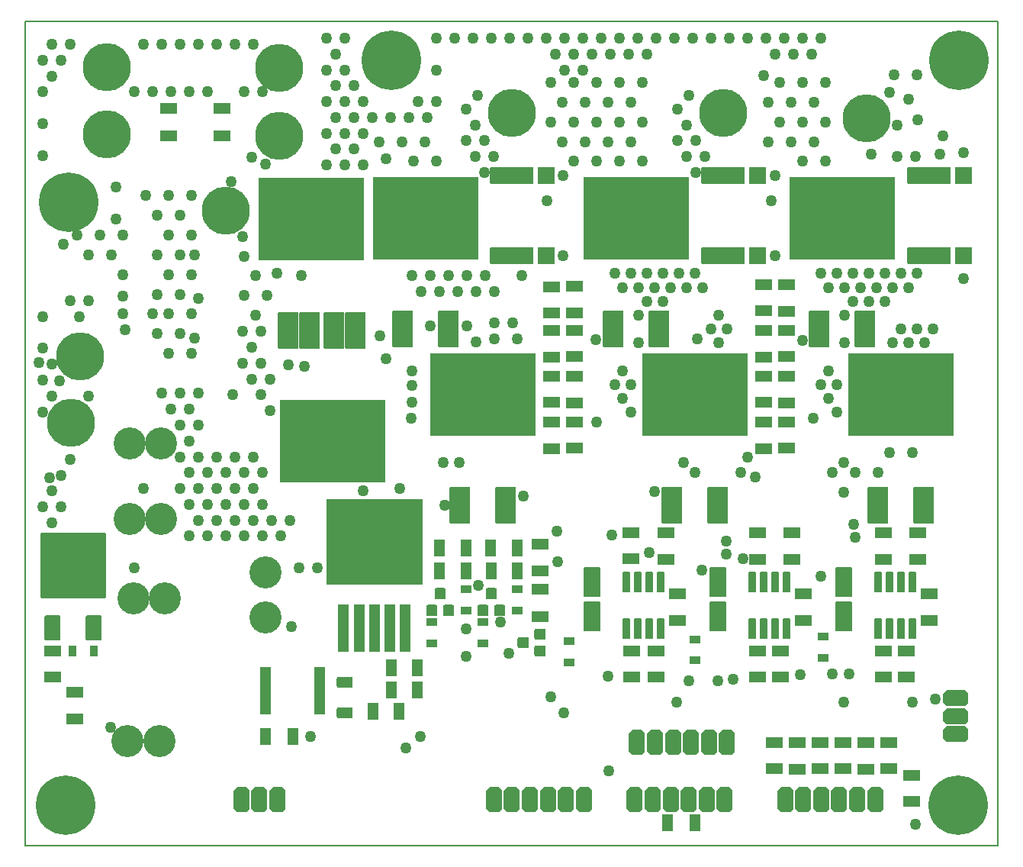
<source format=gbr>
G04 PROTEUS GERBER X2 FILE*
%TF.GenerationSoftware,Labcenter,Proteus,8.7-SP3-Build25561*%
%TF.CreationDate,2021-07-06T20:34:18+00:00*%
%TF.FileFunction,Soldermask,Top*%
%TF.FilePolarity,Negative*%
%TF.Part,Single*%
%TF.SameCoordinates,{87e03e06-012a-4b1c-b44b-99ac6d4646d0}*%
%FSLAX45Y45*%
%MOMM*%
G01*
%TA.AperFunction,Material*%
%ADD52C,1.270000*%
%AMPPAD047*
4,1,36,
2.413000,0.825500,
2.413000,-0.825500,
2.410470,-0.851470,
2.403200,-0.875480,
2.391650,-0.897080,
2.376290,-0.915790,
2.357570,-0.931150,
2.335980,-0.942700,
2.311970,-0.949970,
2.286000,-0.952500,
-2.286000,-0.952500,
-2.311970,-0.949970,
-2.335980,-0.942700,
-2.357570,-0.931150,
-2.376290,-0.915790,
-2.391650,-0.897080,
-2.403200,-0.875480,
-2.410470,-0.851470,
-2.413000,-0.825500,
-2.413000,0.825500,
-2.410470,0.851470,
-2.403200,0.875480,
-2.391650,0.897080,
-2.376290,0.915790,
-2.357570,0.931150,
-2.335980,0.942700,
-2.311970,0.949970,
-2.286000,0.952500,
2.286000,0.952500,
2.311970,0.949970,
2.335980,0.942700,
2.357570,0.931150,
2.376290,0.915790,
2.391650,0.897080,
2.403200,0.875480,
2.410470,0.851470,
2.413000,0.825500,
0*%
%TA.AperFunction,Material*%
%ADD53PPAD047*%
%AMPPAD048*
4,1,36,
0.952500,0.825500,
0.952500,-0.825500,
0.949970,-0.851470,
0.942700,-0.875480,
0.931150,-0.897080,
0.915790,-0.915790,
0.897070,-0.931150,
0.875480,-0.942700,
0.851470,-0.949970,
0.825500,-0.952500,
-0.825500,-0.952500,
-0.851470,-0.949970,
-0.875480,-0.942700,
-0.897070,-0.931150,
-0.915790,-0.915790,
-0.931150,-0.897080,
-0.942700,-0.875480,
-0.949970,-0.851470,
-0.952500,-0.825500,
-0.952500,0.825500,
-0.949970,0.851470,
-0.942700,0.875480,
-0.931150,0.897080,
-0.915790,0.915790,
-0.897070,0.931150,
-0.875480,0.942700,
-0.851470,0.949970,
-0.825500,0.952500,
0.825500,0.952500,
0.851470,0.949970,
0.875480,0.942700,
0.897070,0.931150,
0.915790,0.915790,
0.931150,0.897080,
0.942700,0.875480,
0.949970,0.851470,
0.952500,0.825500,
0*%
%ADD54PPAD048*%
%TA.AperFunction,Material*%
%ADD55C,5.334000*%
%AMPPAD050*
4,1,36,
-3.492500,3.619500,
3.492500,3.619500,
3.518470,3.616970,
3.542480,3.609700,
3.564080,3.598150,
3.582790,3.582790,
3.598150,3.564070,
3.609700,3.542480,
3.616970,3.518470,
3.619500,3.492500,
3.619500,-3.492500,
3.616970,-3.518470,
3.609700,-3.542480,
3.598150,-3.564070,
3.582790,-3.582790,
3.564080,-3.598150,
3.542480,-3.609700,
3.518470,-3.616970,
3.492500,-3.619500,
-3.492500,-3.619500,
-3.518470,-3.616970,
-3.542480,-3.609700,
-3.564080,-3.598150,
-3.582790,-3.582790,
-3.598150,-3.564070,
-3.609700,-3.542480,
-3.616970,-3.518470,
-3.619500,-3.492500,
-3.619500,3.492500,
-3.616970,3.518470,
-3.609700,3.542480,
-3.598150,3.564070,
-3.582790,3.582790,
-3.564080,3.598150,
-3.542480,3.609700,
-3.518470,3.616970,
-3.492500,3.619500,
0*%
%TA.AperFunction,Material*%
%ADD56PPAD050*%
%AMPPAD051*
4,1,36,
-0.762000,1.397000,
0.762000,1.397000,
0.787970,1.394470,
0.811980,1.387200,
0.833580,1.375650,
0.852290,1.360290,
0.867650,1.341570,
0.879200,1.319980,
0.886470,1.295970,
0.889000,1.270000,
0.889000,-1.270000,
0.886470,-1.295970,
0.879200,-1.319980,
0.867650,-1.341570,
0.852290,-1.360290,
0.833580,-1.375650,
0.811980,-1.387200,
0.787970,-1.394470,
0.762000,-1.397000,
-0.762000,-1.397000,
-0.787970,-1.394470,
-0.811980,-1.387200,
-0.833580,-1.375650,
-0.852290,-1.360290,
-0.867650,-1.341570,
-0.879200,-1.319980,
-0.886470,-1.295970,
-0.889000,-1.270000,
-0.889000,1.270000,
-0.886470,1.295970,
-0.879200,1.319980,
-0.867650,1.341570,
-0.852290,1.360290,
-0.833580,1.375650,
-0.811980,1.387200,
-0.787970,1.394470,
-0.762000,1.397000,
0*%
%ADD57PPAD051*%
%AMPPAD052*
4,1,36,
0.317500,-0.571500,
-0.317500,-0.571500,
-0.343470,-0.568970,
-0.367480,-0.561700,
-0.389080,-0.550150,
-0.407790,-0.534790,
-0.423150,-0.516070,
-0.434700,-0.494480,
-0.441970,-0.470470,
-0.444500,-0.444500,
-0.444500,0.444500,
-0.441970,0.470470,
-0.434700,0.494480,
-0.423150,0.516070,
-0.407790,0.534790,
-0.389080,0.550150,
-0.367480,0.561700,
-0.343470,0.568970,
-0.317500,0.571500,
0.317500,0.571500,
0.343470,0.568970,
0.367480,0.561700,
0.389080,0.550150,
0.407790,0.534790,
0.423150,0.516070,
0.434700,0.494480,
0.441970,0.470470,
0.444500,0.444500,
0.444500,-0.444500,
0.441970,-0.470470,
0.434700,-0.494480,
0.423150,-0.516070,
0.407790,-0.534790,
0.389080,-0.550150,
0.367480,-0.561700,
0.343470,-0.568970,
0.317500,-0.571500,
0*%
%TA.AperFunction,Material*%
%ADD58PPAD052*%
%AMPPAD053*
4,1,4,
-0.901700,-0.571500,
-0.901700,0.571500,
0.901700,0.571500,
0.901700,-0.571500,
-0.901700,-0.571500,
0*%
%ADD59PPAD053*%
%AMPPAD054*
4,1,4,
-0.571500,2.603500,
0.571500,2.603500,
0.571500,-2.603500,
-0.571500,-2.603500,
-0.571500,2.603500,
0*%
%TA.AperFunction,Material*%
%ADD60PPAD054*%
%AMPPAD055*
4,1,4,
-5.372100,-4.775200,
-5.372100,4.775200,
5.372100,4.775200,
5.372100,-4.775200,
-5.372100,-4.775200,
0*%
%ADD61PPAD055*%
%AMPPAD056*
4,1,4,
0.596900,-2.654300,
-0.596900,-2.654300,
-0.596900,2.654300,
0.596900,2.654300,
0.596900,-2.654300,
0*%
%TA.AperFunction,Material*%
%ADD62PPAD056*%
%AMPPAD057*
4,1,36,
-0.889000,-0.444500,
-0.889000,0.444500,
-0.886470,0.470470,
-0.879200,0.494480,
-0.867650,0.516080,
-0.852290,0.534790,
-0.833570,0.550150,
-0.811980,0.561700,
-0.787970,0.568970,
-0.762000,0.571500,
0.762000,0.571500,
0.787970,0.568970,
0.811980,0.561700,
0.833570,0.550150,
0.852290,0.534790,
0.867650,0.516080,
0.879200,0.494480,
0.886470,0.470470,
0.889000,0.444500,
0.889000,-0.444500,
0.886470,-0.470470,
0.879200,-0.494480,
0.867650,-0.516080,
0.852290,-0.534790,
0.833570,-0.550150,
0.811980,-0.561700,
0.787970,-0.568970,
0.762000,-0.571500,
-0.762000,-0.571500,
-0.787970,-0.568970,
-0.811980,-0.561700,
-0.833570,-0.550150,
-0.852290,-0.534790,
-0.867650,-0.516080,
-0.879200,-0.494480,
-0.886470,-0.470470,
-0.889000,-0.444500,
0*%
%ADD63PPAD057*%
%AMPPAD058*
4,1,4,
0.571500,-0.901700,
-0.571500,-0.901700,
-0.571500,0.901700,
0.571500,0.901700,
0.571500,-0.901700,
0*%
%ADD64PPAD058*%
%TA.AperFunction,Material*%
%ADD65C,6.604000*%
%AMPPAD060*
4,1,36,
0.317500,-1.143000,
-0.317500,-1.143000,
-0.343470,-1.140470,
-0.367480,-1.133200,
-0.389080,-1.121650,
-0.407790,-1.106290,
-0.423150,-1.087570,
-0.434700,-1.065980,
-0.441970,-1.041970,
-0.444500,-1.016000,
-0.444500,1.016000,
-0.441970,1.041970,
-0.434700,1.065980,
-0.423150,1.087570,
-0.407790,1.106290,
-0.389080,1.121650,
-0.367480,1.133200,
-0.343470,1.140470,
-0.317500,1.143000,
0.317500,1.143000,
0.343470,1.140470,
0.367480,1.133200,
0.389080,1.121650,
0.407790,1.106290,
0.423150,1.087570,
0.434700,1.065980,
0.441970,1.041970,
0.444500,1.016000,
0.444500,-1.016000,
0.441970,-1.041970,
0.434700,-1.065980,
0.423150,-1.087570,
0.407790,-1.106290,
0.389080,-1.121650,
0.367480,-1.133200,
0.343470,-1.140470,
0.317500,-1.143000,
0*%
%TA.AperFunction,Material*%
%ADD66PPAD060*%
%AMPPAD061*
4,1,36,
-0.825500,1.651000,
0.825500,1.651000,
0.851470,1.648470,
0.875480,1.641200,
0.897080,1.629650,
0.915790,1.614290,
0.931150,1.595570,
0.942700,1.573980,
0.949970,1.549970,
0.952500,1.524000,
0.952500,-1.524000,
0.949970,-1.549970,
0.942700,-1.573980,
0.931150,-1.595570,
0.915790,-1.614290,
0.897080,-1.629650,
0.875480,-1.641200,
0.851470,-1.648470,
0.825500,-1.651000,
-0.825500,-1.651000,
-0.851470,-1.648470,
-0.875480,-1.641200,
-0.897080,-1.629650,
-0.915790,-1.614290,
-0.931150,-1.595570,
-0.942700,-1.573980,
-0.949970,-1.549970,
-0.952500,-1.524000,
-0.952500,1.524000,
-0.949970,1.549970,
-0.942700,1.573980,
-0.931150,1.595570,
-0.915790,1.614290,
-0.897080,1.629650,
-0.875480,1.641200,
-0.851470,1.648470,
-0.825500,1.651000,
0*%
%TA.AperFunction,Material*%
%ADD67PPAD061*%
%AMPPAD062*
4,1,36,
0.571500,0.317500,
0.571500,-0.317500,
0.568970,-0.343470,
0.561700,-0.367480,
0.550150,-0.389080,
0.534790,-0.407790,
0.516070,-0.423150,
0.494480,-0.434700,
0.470470,-0.441970,
0.444500,-0.444500,
-0.444500,-0.444500,
-0.470470,-0.441970,
-0.494480,-0.434700,
-0.516070,-0.423150,
-0.534790,-0.407790,
-0.550150,-0.389080,
-0.561700,-0.367480,
-0.568970,-0.343470,
-0.571500,-0.317500,
-0.571500,0.317500,
-0.568970,0.343470,
-0.561700,0.367480,
-0.550150,0.389080,
-0.534790,0.407790,
-0.516070,0.423150,
-0.494480,0.434700,
-0.470470,0.441970,
-0.444500,0.444500,
0.444500,0.444500,
0.470470,0.441970,
0.494480,0.434700,
0.516070,0.423150,
0.534790,0.407790,
0.550150,0.389080,
0.561700,0.367480,
0.568970,0.343470,
0.571500,0.317500,
0*%
%ADD68PPAD062*%
%AMPPAD063*
4,1,36,
0.444500,-0.635000,
-0.444500,-0.635000,
-0.470470,-0.632470,
-0.494480,-0.625200,
-0.516080,-0.613650,
-0.534790,-0.598290,
-0.550150,-0.579570,
-0.561700,-0.557980,
-0.568970,-0.533970,
-0.571500,-0.508000,
-0.571500,0.508000,
-0.568970,0.533970,
-0.561700,0.557980,
-0.550150,0.579570,
-0.534790,0.598290,
-0.516080,0.613650,
-0.494480,0.625200,
-0.470470,0.632470,
-0.444500,0.635000,
0.444500,0.635000,
0.470470,0.632470,
0.494480,0.625200,
0.516080,0.613650,
0.534790,0.598290,
0.550150,0.579570,
0.561700,0.557980,
0.568970,0.533970,
0.571500,0.508000,
0.571500,-0.508000,
0.568970,-0.533970,
0.561700,-0.557980,
0.550150,-0.579570,
0.534790,-0.598290,
0.516080,-0.613650,
0.494480,-0.625200,
0.470470,-0.632470,
0.444500,-0.635000,
0*%
%TA.AperFunction,Material*%
%ADD69PPAD063*%
%AMPPAD064*
4,1,36,
0.635000,0.444500,
0.635000,-0.444500,
0.632470,-0.470470,
0.625200,-0.494480,
0.613650,-0.516080,
0.598290,-0.534790,
0.579570,-0.550150,
0.557980,-0.561700,
0.533970,-0.568970,
0.508000,-0.571500,
-0.508000,-0.571500,
-0.533970,-0.568970,
-0.557980,-0.561700,
-0.579570,-0.550150,
-0.598290,-0.534790,
-0.613650,-0.516080,
-0.625200,-0.494480,
-0.632470,-0.470470,
-0.635000,-0.444500,
-0.635000,0.444500,
-0.632470,0.470470,
-0.625200,0.494480,
-0.613650,0.516080,
-0.598290,0.534790,
-0.579570,0.550150,
-0.557980,0.561700,
-0.533970,0.568970,
-0.508000,0.571500,
0.508000,0.571500,
0.533970,0.568970,
0.557980,0.561700,
0.579570,0.550150,
0.598290,0.534790,
0.613650,0.516080,
0.625200,0.494480,
0.632470,0.470470,
0.635000,0.444500,
0*%
%ADD74PPAD064*%
%AMPPAD065*
4,1,8,
-1.397000,-0.509800,
-1.397000,0.509800,
-1.017800,0.889000,
1.017800,0.889000,
1.397000,0.509800,
1.397000,-0.509800,
1.017800,-0.889000,
-1.017800,-0.889000,
-1.397000,-0.509800,
0*%
%ADD75PPAD065*%
%AMPPAD066*
4,1,8,
-0.509800,1.397000,
0.509800,1.397000,
0.889000,1.017800,
0.889000,-1.017800,
0.509800,-1.397000,
-0.509800,-1.397000,
-0.889000,-1.017800,
-0.889000,1.017800,
-0.509800,1.397000,
0*%
%TA.AperFunction,Material*%
%ADD76PPAD066*%
%TA.AperFunction,Material*%
%ADD77C,3.556000*%
%AMPPAD068*
4,1,36,
5.715000,-4.572000,
-5.715000,-4.572000,
-5.740970,-4.569470,
-5.764980,-4.562200,
-5.786580,-4.550650,
-5.805290,-4.535290,
-5.820650,-4.516570,
-5.832200,-4.494980,
-5.839470,-4.470970,
-5.842000,-4.445000,
-5.842000,4.445000,
-5.839470,4.470970,
-5.832200,4.494980,
-5.820650,4.516570,
-5.805290,4.535290,
-5.786580,4.550650,
-5.764980,4.562200,
-5.740970,4.569470,
-5.715000,4.572000,
5.715000,4.572000,
5.740970,4.569470,
5.764980,4.562200,
5.786580,4.550650,
5.805290,4.535290,
5.820650,4.516570,
5.832200,4.494980,
5.839470,4.470970,
5.842000,4.445000,
5.842000,-4.445000,
5.839470,-4.470970,
5.832200,-4.494980,
5.820650,-4.516570,
5.805290,-4.535290,
5.786580,-4.550650,
5.764980,-4.562200,
5.740970,-4.569470,
5.715000,-4.572000,
0*%
%TA.AperFunction,Material*%
%ADD78PPAD068*%
%AMPPAD069*
4,1,36,
1.016000,-2.032000,
-1.016000,-2.032000,
-1.041970,-2.029470,
-1.065980,-2.022200,
-1.087580,-2.010650,
-1.106290,-1.995290,
-1.121650,-1.976570,
-1.133200,-1.954980,
-1.140470,-1.930970,
-1.143000,-1.905000,
-1.143000,1.905000,
-1.140470,1.930970,
-1.133200,1.954980,
-1.121650,1.976570,
-1.106290,1.995290,
-1.087580,2.010650,
-1.065980,2.022200,
-1.041970,2.029470,
-1.016000,2.032000,
1.016000,2.032000,
1.041970,2.029470,
1.065980,2.022200,
1.087580,2.010650,
1.106290,1.995290,
1.121650,1.976570,
1.133200,1.954980,
1.140470,1.930970,
1.143000,1.905000,
1.143000,-1.905000,
1.140470,-1.930970,
1.133200,-1.954980,
1.121650,-1.976570,
1.106290,-1.995290,
1.087580,-2.010650,
1.065980,-2.022200,
1.041970,-2.029470,
1.016000,-2.032000,
0*%
%ADD79PPAD069*%
%TA.AperFunction,Profile*%
%ADD38C,0.203200*%
%TD.AperFunction*%
D52*
X+3225800Y+1174750D03*
X+3479800Y+1174750D03*
X+5257800Y+1174750D03*
X+5511800Y+1174750D03*
X+5765800Y+1174750D03*
X+7543800Y+1174750D03*
X+7797800Y+1174750D03*
X+3098800Y+1394720D03*
X+3352800Y+1394720D03*
X+4876800Y+1394720D03*
X+5130800Y+1394720D03*
X+5384800Y+1394720D03*
X+5638800Y+1394720D03*
X+7162800Y+1394720D03*
X+7416800Y+1394720D03*
X+7670800Y+1394720D03*
X+4749800Y+1614690D03*
X+5003800Y+1614690D03*
X+5257800Y+1614690D03*
X+5511800Y+1614690D03*
X+5765800Y+1614690D03*
X+7289800Y+1614690D03*
X+7543800Y+1614690D03*
X+7797800Y+1614690D03*
X+4876800Y+1834660D03*
X+5130800Y+1834660D03*
X+5384800Y+1834660D03*
X+5638800Y+1834660D03*
X+7162800Y+1834660D03*
X+7416800Y+1834660D03*
X+7670800Y+1834660D03*
X+4749800Y+2054630D03*
X+5003800Y+2054630D03*
X+5257800Y+2054630D03*
X+5511800Y+2054630D03*
X+5765800Y+2054630D03*
X+7289800Y+2054630D03*
X+7543800Y+2054630D03*
X+7797800Y+2054630D03*
X+6375400Y-793750D03*
X+3213100Y-1497654D03*
X+3213100Y-1308100D03*
X+3213100Y-1145702D03*
X+4127500Y-617774D03*
X+4330700Y-617774D03*
X+3314700Y-265822D03*
X+3517900Y-265822D03*
X+3721100Y-265822D03*
X+3924300Y-265822D03*
X+4127500Y-265822D03*
X+3213100Y-89846D03*
X+3416300Y-89846D03*
X+3619500Y-89846D03*
X+3822700Y-89846D03*
X+4025900Y-89846D03*
X+4432300Y-89846D03*
X+4013200Y+1052310D03*
X+3911600Y+1228286D03*
X+4114800Y+1228286D03*
X+3810000Y+1404262D03*
X+4013200Y+1404262D03*
X+3911600Y+1580238D03*
X+3810000Y+1756214D03*
X+3937000Y+1905000D03*
X+8597900Y+1228286D03*
X+8801100Y+1228286D03*
X+8597900Y+1580238D03*
X+8724900Y+1866900D03*
X+6363969Y+1052310D03*
X+6262369Y+1228286D03*
X+6465569Y+1228286D03*
X+6160769Y+1404262D03*
X+6363969Y+1404262D03*
X+6262369Y+1580238D03*
X+6160769Y+1756214D03*
X+6286500Y+1905000D03*
X+7747000Y-3429000D03*
X+6428649Y-3363510D03*
X+3200400Y-1676400D03*
X+4127500Y-793750D03*
X+4381500Y-793750D03*
X+5003800Y+1174750D03*
X-134100Y-5105400D03*
X+1870921Y-3983646D03*
X+1472186Y-535190D03*
X+1345186Y-315220D03*
X+1599186Y-315220D03*
X+1472186Y-95250D03*
X+1345186Y+124720D03*
X+1714500Y-63500D03*
X+1206500Y+952500D03*
X+1587500Y+1143000D03*
X+2844800Y+1394720D03*
X+8305800Y+1257545D03*
X+9067800Y+1257545D03*
X+8509000Y+1943100D03*
X+8559800Y+2137425D03*
X+8813800Y+2137425D03*
X+2921000Y+1206500D03*
X+4889500Y+1016000D03*
X+4889500Y+127000D03*
X+9334500Y-127000D03*
X+9334500Y+1270000D03*
X+7239000Y+1016000D03*
X+7239000Y+127000D03*
X+4191000Y-3937000D03*
X+7519052Y-4519896D03*
X+7874000Y-4508500D03*
X+3811743Y-4009908D03*
X+3810000Y-4318000D03*
X+4445000Y-2540000D03*
X+6858000Y-2278425D03*
X+508000Y-958605D03*
X+762000Y-958605D03*
X+381000Y-738635D03*
X+635000Y-738635D03*
X+0Y-518665D03*
X+508000Y-518665D03*
X+762000Y-518665D03*
X+381000Y-298695D03*
X+635000Y-298695D03*
X+0Y-78725D03*
X+508000Y-78725D03*
X+762000Y-78725D03*
X-381000Y+141245D03*
X-127000Y+141245D03*
X+381000Y+141245D03*
X+635000Y+141245D03*
X-508000Y+361215D03*
X-254000Y+361215D03*
X+0Y+361215D03*
X+508000Y+361215D03*
X+762000Y+361215D03*
X+381000Y+581185D03*
X+635000Y+581185D03*
X+254000Y+801155D03*
X+508000Y+801155D03*
X+762000Y+801155D03*
X+5384021Y-4535575D03*
X+4283159Y-4283011D03*
X+4826045Y-3267760D03*
X+2667000Y-2476500D03*
X+7543800Y-812800D03*
X+8127850Y-2993866D03*
X+8118219Y-2853714D03*
X+5249412Y-804176D03*
X+6696244Y-3035770D03*
X+5257800Y-1714500D03*
X+5905500Y-2489200D03*
X+6883138Y-3230089D03*
X+6698805Y-3180794D03*
X+7664736Y-1676863D03*
X+8001000Y-2498395D03*
X+6350000Y-2278425D03*
X+7874000Y-2278425D03*
X+8128000Y-2278425D03*
X+8382000Y-2278425D03*
X+8509000Y-2058455D03*
X+8763000Y-2058455D03*
X+1218186Y-1415070D03*
X+1980186Y-95250D03*
X+3924300Y-823914D03*
X+3416300Y-647938D03*
X+3822700Y-647938D03*
X+7924800Y-1608885D03*
X+7835900Y-1454906D03*
X+7747000Y-1300927D03*
X+7924800Y-1300927D03*
X+7835900Y-1146948D03*
X+8013700Y-838990D03*
X+8547100Y-838990D03*
X+8724900Y-838990D03*
X+8902700Y-838990D03*
X+8636000Y-685011D03*
X+8813800Y-685011D03*
X+8991600Y-685011D03*
X+8013700Y-531032D03*
X+8102600Y-377053D03*
X+8280400Y-377053D03*
X+8458200Y-377053D03*
X+7835900Y-223074D03*
X+8013700Y-223074D03*
X+8191500Y-223074D03*
X+8369300Y-223074D03*
X+8547100Y-223074D03*
X+8724900Y-223074D03*
X+7747000Y-69095D03*
X+7924800Y-69095D03*
X+8102600Y-69095D03*
X+8280400Y-69095D03*
X+8458200Y-69095D03*
X+8636000Y-69095D03*
X+8813800Y-69095D03*
X+5638800Y-1608885D03*
X+5549900Y-1454906D03*
X+5461000Y-1300927D03*
X+5638800Y-1300927D03*
X+5549900Y-1146948D03*
X+5727700Y-838990D03*
X+6616700Y-838990D03*
X+6527800Y-685011D03*
X+6705600Y-685011D03*
X+5727700Y-531032D03*
X+6616700Y-531032D03*
X+5816600Y-377053D03*
X+5994400Y-377053D03*
X+5549900Y-223074D03*
X+5727700Y-223074D03*
X+5905500Y-223074D03*
X+6083300Y-223074D03*
X+6261100Y-223074D03*
X+6438900Y-223074D03*
X+5461000Y-69095D03*
X+5638800Y-69095D03*
X+5816600Y-69095D03*
X+5994400Y-69095D03*
X+6172200Y-69095D03*
X+6350000Y-69095D03*
X+7023100Y-2322420D03*
X+3556000Y-2168441D03*
X+3733800Y-2168441D03*
X+6223000Y-2168441D03*
X+8001000Y-2168441D03*
X+800100Y-782630D03*
X+0Y-320693D03*
X+800100Y+141244D03*
X+4711700Y+738213D03*
X+7200900Y+738213D03*
X+7112000Y+2124024D03*
X+8826500Y+1638300D03*
X+9105900Y+1460500D03*
X+2014205Y-1094840D03*
X+1841500Y-1079500D03*
X+8802625Y-6177544D03*
X+8064500Y-4508500D03*
X+8001000Y-4826000D03*
X+5397500Y-5588000D03*
X+6286500Y-4584700D03*
X+6604000Y-4584700D03*
X+6153231Y-4826944D03*
X+6778656Y-4571579D03*
X+9017000Y-4790567D03*
X+8763000Y-4826000D03*
X+2082800Y-5207000D03*
X+127000Y-3334134D03*
X+1955800Y-3334134D03*
X+2159000Y-3334134D03*
X+736600Y-2982182D03*
X+939800Y-2982182D03*
X+1143000Y-2982182D03*
X+1346200Y-2982182D03*
X+1549400Y-2982182D03*
X+1752600Y-2982182D03*
X+838200Y-2806206D03*
X+1041400Y-2806206D03*
X+1244600Y-2806206D03*
X+1447800Y-2806206D03*
X+1651000Y-2806206D03*
X+1854200Y-2806206D03*
X+736600Y-2630230D03*
X+939800Y-2630230D03*
X+1143000Y-2630230D03*
X+1346200Y-2630230D03*
X+1549400Y-2630230D03*
X+228600Y-2454254D03*
X+635000Y-2454254D03*
X+838200Y-2454254D03*
X+1041400Y-2454254D03*
X+1244600Y-2454254D03*
X+1447800Y-2454254D03*
X+3073400Y-2454254D03*
X+736600Y-2278278D03*
X+939800Y-2278278D03*
X+1143000Y-2278278D03*
X+1346200Y-2278278D03*
X+1549400Y-2278278D03*
X+635000Y-2102302D03*
X+838200Y-2102302D03*
X+1041400Y-2102302D03*
X+1244600Y-2102302D03*
X+1447800Y-2102302D03*
X+6934200Y-2102302D03*
X+736600Y-1926326D03*
X+635000Y-1750350D03*
X+838200Y-1750350D03*
X+533400Y-1574374D03*
X+736600Y-1574374D03*
X+431800Y-1398398D03*
X+635000Y-1398398D03*
X+838200Y-1398398D03*
X+25400Y-694494D03*
X+330200Y-518518D03*
X+838200Y-342542D03*
X-660400Y+254000D03*
X-76200Y+537338D03*
X-76200Y+889290D03*
X-889000Y+1241242D03*
X-889000Y+1593194D03*
X-889000Y+1945146D03*
X+127000Y+1945146D03*
X+330200Y+1945146D03*
X+533400Y+1945146D03*
X+736600Y+1945146D03*
X+939800Y+1945146D03*
X+1346200Y+1945146D03*
X+1549400Y+1945146D03*
X-787400Y+2121122D03*
X-889000Y+2297098D03*
X-685800Y+2297098D03*
X-787400Y+2473074D03*
X-584200Y+2473074D03*
X+228600Y+2473074D03*
X+431800Y+2473074D03*
X+635000Y+2473074D03*
X+838200Y+2473074D03*
X+1041400Y+2473074D03*
X+1244600Y+2473074D03*
X+1447800Y+2473074D03*
X+2260600Y+1134306D03*
X+2463800Y+1134306D03*
X+2667000Y+1134306D03*
X+2362200Y+1310282D03*
X+2565400Y+1310282D03*
X+2260600Y+1486258D03*
X+2463800Y+1486258D03*
X+2667000Y+1486258D03*
X+2362200Y+1662234D03*
X+2565400Y+1662234D03*
X+2768600Y+1662234D03*
X+2971800Y+1662234D03*
X+3175000Y+1662234D03*
X+3378200Y+1662234D03*
X+2260600Y+1838210D03*
X+2463800Y+1838210D03*
X+2667000Y+1838210D03*
X+3276600Y+1838210D03*
X+3479800Y+1838210D03*
X+2362200Y+2014186D03*
X+2565400Y+2014186D03*
X+2260600Y+2190162D03*
X+2463800Y+2190162D03*
X+3479800Y+2190162D03*
X+4902200Y+2190162D03*
X+5105400Y+2190162D03*
X+2362200Y+2366138D03*
X+4800600Y+2366138D03*
X+5003800Y+2366138D03*
X+5207000Y+2366138D03*
X+5410200Y+2366138D03*
X+5613400Y+2366138D03*
X+5816600Y+2366138D03*
X+7239000Y+2366138D03*
X+7442200Y+2366138D03*
X+7645400Y+2366138D03*
X+2260600Y+2542114D03*
X+2463800Y+2542114D03*
X+3479800Y+2542114D03*
X+3683000Y+2542114D03*
X+3886200Y+2542114D03*
X+4089400Y+2542114D03*
X+4292600Y+2542114D03*
X+4495800Y+2542114D03*
X+4699000Y+2542114D03*
X+4902200Y+2542114D03*
X+5105400Y+2542114D03*
X+5308600Y+2542114D03*
X+5511800Y+2542114D03*
X+5715000Y+2542114D03*
X+5918200Y+2542114D03*
X+6121400Y+2542114D03*
X+6324600Y+2542114D03*
X+6527800Y+2542114D03*
X+6731000Y+2542114D03*
X+6934200Y+2542114D03*
X+7137400Y+2542114D03*
X+7340600Y+2542114D03*
X+7543800Y+2542114D03*
X+7747000Y+2542114D03*
X-787400Y-2834768D03*
X-889000Y-2658792D03*
X-685800Y-2658792D03*
X-787400Y-2482816D03*
X-698500Y-1257300D03*
X-685800Y-2306840D03*
X-812800Y-2336800D03*
X-584200Y-2130864D03*
X-927100Y-1054100D03*
X-889000Y-1602936D03*
X-787400Y-1426960D03*
X-381000Y-1426960D03*
X-889000Y-1250984D03*
X-787400Y-1075008D03*
X-889000Y-899032D03*
X-889000Y-547080D03*
X-482600Y-547080D03*
X-584200Y-371104D03*
X-381000Y-371104D03*
X+1638300Y-1591046D03*
X+1536700Y-1415070D03*
X+1435100Y-1239094D03*
X+1638300Y-1239094D03*
X+1333500Y-1063118D03*
X+1536700Y-1063118D03*
X+1435100Y-887142D03*
X+1333500Y-711166D03*
X+1536700Y-711166D03*
X+1333500Y+344690D03*
X+1435100Y+1224570D03*
X+3145817Y-5333103D03*
X+4895850Y-4946650D03*
X+3944752Y-3532550D03*
X+5431385Y-2971800D03*
X+2857500Y-762000D03*
X+2921000Y-1016000D03*
X+3576345Y-2643122D03*
X+4818888Y-2925288D03*
X+5842000Y-3162300D03*
X+3302000Y-5207000D03*
X+4752309Y-4765009D03*
D53*
X+6667500Y+1016000D03*
X+6667500Y+127000D03*
D54*
X+7048500Y+127000D03*
X+7048500Y+1016000D03*
D53*
X+8953500Y+1016000D03*
X+8953500Y+127000D03*
D54*
X+9334500Y+127000D03*
X+9334500Y+1016000D03*
D53*
X+4318000Y+1016000D03*
X+4318000Y+127000D03*
D54*
X+4699000Y+127000D03*
X+4699000Y+1016000D03*
D55*
X+4318000Y+1714500D03*
X+6667500Y+1714500D03*
X+8255000Y+1651000D03*
D56*
X-546100Y-3309620D03*
D57*
X-774700Y-4000500D03*
X-317500Y-4000500D03*
D58*
X-552450Y-4254500D03*
X-317500Y-4254500D03*
D59*
X-774700Y-4544500D03*
X-774700Y-4254500D03*
D60*
X+2453640Y-4000500D03*
X+2623820Y-4000500D03*
X+2794000Y-4000500D03*
X+2964180Y-4000500D03*
X+3134360Y-4000500D03*
D61*
X+2794000Y-3048000D03*
D62*
X+2187500Y-4699000D03*
X+1587500Y-4699000D03*
D63*
X+2469837Y-4946337D03*
X+2469837Y-4606337D03*
D59*
X-527800Y-4711700D03*
X-527800Y-5011700D03*
D64*
X+3274500Y-4445000D03*
X+2984500Y-4445000D03*
D59*
X+508000Y+1760500D03*
X+508000Y+1460500D03*
X+1104900Y+1760500D03*
X+1104900Y+1460500D03*
D65*
X-602309Y+718491D03*
D55*
X-571500Y-1727200D03*
D64*
X+1887500Y-5207000D03*
X+1587500Y-5207000D03*
D59*
X+6032500Y-2948500D03*
X+6032500Y-3238500D03*
X+5638800Y-2946400D03*
X+5638800Y-3236400D03*
D66*
X+5588000Y-4013200D03*
X+5715000Y-4013200D03*
X+5842000Y-4013200D03*
X+5969000Y-4013200D03*
X+5969000Y-3492500D03*
X+5842000Y-3492500D03*
X+5715000Y-3492500D03*
X+5588000Y-3492500D03*
X+6985000Y-4013200D03*
X+7112000Y-4013200D03*
X+7239000Y-4013200D03*
X+7366000Y-4013200D03*
X+7366000Y-3492500D03*
X+7239000Y-3492500D03*
X+7112000Y-3492500D03*
X+6985000Y-3492500D03*
X+8382000Y-4013200D03*
X+8509000Y-4013200D03*
X+8636000Y-4013200D03*
X+8763000Y-4013200D03*
X+8763000Y-3492500D03*
X+8636000Y-3492500D03*
X+8509000Y-3492500D03*
X+8382000Y-3492500D03*
D59*
X+7048500Y-2948500D03*
X+7048500Y-3238500D03*
D67*
X+5207000Y-3492500D03*
X+5207000Y-3873500D03*
X+6604000Y-3492500D03*
X+6604000Y-3873500D03*
X+8001000Y-3492500D03*
X+8001000Y-3873500D03*
D68*
X+4953000Y-4381500D03*
X+4953000Y-4146550D03*
X+6350000Y-4362450D03*
X+6350000Y-4127500D03*
X+7778750Y-4330700D03*
X+7778750Y-4095750D03*
D59*
X+6159500Y-3619500D03*
X+6159500Y-3919500D03*
X+7556500Y-3619500D03*
X+7556500Y-3919500D03*
X+8953500Y-3619500D03*
X+8953500Y-3919500D03*
X+7429500Y-2948500D03*
X+7429500Y-3238500D03*
X+8445500Y-2948500D03*
X+8445500Y-3238500D03*
X+8826500Y-2948500D03*
X+8826500Y-3238500D03*
X+5651500Y-4544500D03*
X+5651500Y-4254500D03*
X+5923000Y-4544500D03*
X+5923000Y-4254500D03*
X+7048500Y-4544500D03*
X+7048500Y-4254500D03*
X+5016500Y-698500D03*
X+5016500Y-988500D03*
X+4762500Y-218000D03*
X+4762500Y-508000D03*
X+5016500Y-1714500D03*
X+5016500Y-2004500D03*
X+4762500Y-1206500D03*
X+4762500Y-1496500D03*
X+5016500Y-208000D03*
X+5016500Y-508000D03*
X+4762500Y-698500D03*
X+4762500Y-998500D03*
X+5016500Y-1206500D03*
X+5016500Y-1506500D03*
X+4762500Y-1714500D03*
X+4762500Y-2014500D03*
X+7366000Y-190500D03*
X+7366000Y-490500D03*
X+7112000Y-698500D03*
X+7112000Y-998500D03*
X+7366000Y-1206500D03*
X+7366000Y-1506500D03*
X+7112000Y-1714500D03*
X+7112000Y-2014500D03*
X+7366000Y-698500D03*
X+7366000Y-988500D03*
X+7112000Y-190500D03*
X+7112000Y-480500D03*
X+7366000Y-1714500D03*
X+7366000Y-2004500D03*
X+7112000Y-1206500D03*
X+7112000Y-1496500D03*
D69*
X+3522980Y-3619500D03*
X+3429000Y-3810000D03*
X+3616960Y-3810000D03*
X+4094480Y-3619500D03*
X+4000500Y-3810000D03*
X+4188460Y-3810000D03*
D74*
X+4445000Y-4160520D03*
X+4635500Y-4254500D03*
X+4635500Y-4066540D03*
D68*
X+3810000Y-3575050D03*
X+3810000Y-3810000D03*
X+3429000Y-3937000D03*
X+3429000Y-4171950D03*
X+4381500Y-3575050D03*
X+4381500Y-3810000D03*
X+4000500Y-3937000D03*
X+4000500Y-4171950D03*
D64*
X+3520000Y-3365500D03*
X+3810000Y-3365500D03*
X+3520000Y-3111500D03*
X+3810000Y-3111500D03*
X+4381500Y-3365500D03*
X+4091500Y-3365500D03*
D59*
X+4635500Y-3075500D03*
X+4635500Y-3365500D03*
X+4635500Y-3873500D03*
X+4635500Y-3573500D03*
D64*
X+4381500Y-3111500D03*
X+4081500Y-3111500D03*
D59*
X+8699500Y-4544500D03*
X+8699500Y-4254500D03*
D64*
X+6350000Y-6159500D03*
X+6050000Y-6159500D03*
D59*
X+8245500Y-5570500D03*
X+8245500Y-5270500D03*
X+7483500Y-5570499D03*
X+7483500Y-5270500D03*
D75*
X+9245600Y-5181500D03*
X+9245600Y-4981500D03*
X+9245600Y-4781500D03*
D59*
X+7302500Y-4544500D03*
X+7302500Y-4254500D03*
X+8445500Y-4544500D03*
X+8445500Y-4254500D03*
X+8753500Y-5635301D03*
X+8753500Y-5925301D03*
X+7991500Y-5270500D03*
X+7991500Y-5560500D03*
X+7737500Y-5270500D03*
X+7737500Y-5560500D03*
X+8499500Y-5270500D03*
X+8499500Y-5560500D03*
X+7229500Y-5270500D03*
X+7229500Y-5560500D03*
D76*
X+8356500Y-5905500D03*
X+8156500Y-5905500D03*
X+7956500Y-5905500D03*
X+7756500Y-5905500D03*
X+7556500Y-5905500D03*
X+7356500Y-5905500D03*
D55*
X-469900Y-990600D03*
X+1146547Y+625845D03*
X-177800Y+1473200D03*
X-177800Y+2223200D03*
X+1739900Y+1460500D03*
X+1739900Y+2210500D03*
D65*
X+9283700Y+2298700D03*
X+2984500Y+2298700D03*
X+9271000Y-5969000D03*
X-635000Y-5969000D03*
D76*
X+4124500Y-5905500D03*
X+4324500Y-5905500D03*
X+4524500Y-5905500D03*
X+4724500Y-5905500D03*
X+4924500Y-5905500D03*
X+5124500Y-5905500D03*
X+5686500Y-5905500D03*
X+5886500Y-5905500D03*
X+6086500Y-5905500D03*
X+6286500Y-5905500D03*
X+6486500Y-5905500D03*
X+6686500Y-5905500D03*
X+5712000Y-5270500D03*
X+5912000Y-5270500D03*
X+6112000Y-5270500D03*
X+6312000Y-5270500D03*
X+6512000Y-5270500D03*
X+6712000Y-5270500D03*
X+1722731Y-5905500D03*
X+1522731Y-5905500D03*
X+1322731Y-5905500D03*
D77*
X+1587500Y-3886200D03*
X+1587500Y-3386200D03*
D78*
X+2332465Y-1930400D03*
D79*
X+2586465Y-698500D03*
X+2078465Y-698500D03*
D78*
X+2095500Y+533400D03*
D79*
X+1841500Y-698500D03*
X+2349500Y-698500D03*
D78*
X+3365500Y+546100D03*
D79*
X+3111500Y-685800D03*
X+3619500Y-685800D03*
D78*
X+4000500Y-1409700D03*
D79*
X+3746500Y-2641600D03*
X+4254500Y-2641600D03*
D78*
X+5702300Y+546100D03*
D79*
X+5448300Y-685800D03*
X+5956300Y-685800D03*
D78*
X+6350000Y-1409700D03*
D79*
X+6096000Y-2641600D03*
X+6604000Y-2641600D03*
D78*
X+7988300Y+546100D03*
D79*
X+7734300Y-685800D03*
X+8242300Y-685800D03*
D78*
X+8636000Y-1409700D03*
D79*
X+8382000Y-2641600D03*
X+8890000Y-2641600D03*
D64*
X+3274500Y-4686300D03*
X+2984500Y-4686300D03*
X+2781300Y-4927600D03*
X+3071300Y-4927600D03*
D77*
X+76200Y-1955800D03*
X+426200Y-1955800D03*
X+76200Y-2794000D03*
X+426200Y-2794000D03*
X+56400Y-5257800D03*
X+406400Y-5257800D03*
X+119900Y-3670300D03*
X+469900Y-3670300D03*
D38*
X-1079500Y-6413500D02*
X+9715500Y-6413500D01*
X+9715500Y+2730500D01*
X-1079500Y+2730500D01*
X-1079500Y-6413500D01*
M02*

</source>
